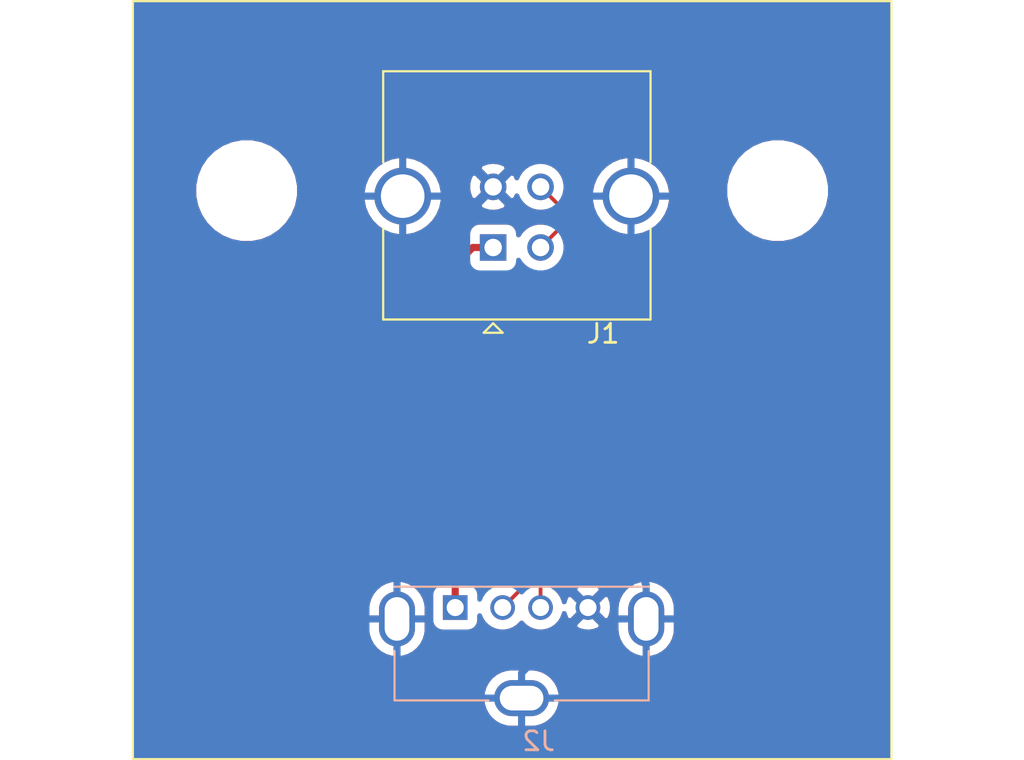
<source format=kicad_pcb>
(kicad_pcb (version 20211014) (generator pcbnew)
  (layers (0 "F.Cu" signal) (31 "B.Cu" signal) (34 "B.Paste" user) (35 "F.Paste" user) (36 "B.SilkS" user "B.Silkscreen") (37 "F.SilkS" user "F.Silkscreen") (38 "B.Mask" user) (39 "F.Mask" user) (44 "Edge.Cuts" user))
  (net 0 "")
  (net 1 "/D-")
  (net 2 "/SHLD")
  (net 3 "/VBUS")
  (net 4 "/D+")
  (net 5 "/GND")
  (footprint "Connector_USB:USB_B_TE_5787834_Vertical" (layer "F.Cu") (at 99 83 180)
    (fp_text reference "J1" (at -5.8 -4.55) (layer "F.SilkS"))
    (fp_text value "USB_B")
    (fp_line (start -0.5 -4.5) (end 0 -4) (layer "F.SilkS") (width 0.12))
    (fp_line (start 0 -4) (end 0.5 -4.5) (layer "F.SilkS") (width 0.12))
    (fp_line (start 5.8 4.5) (end 5.8 9.3) (layer "F.SilkS") (width 0.12))
    (fp_line (start 0.5 -4.5) (end -0.5 -4.5) (layer "F.SilkS") (width 0.12))
    (fp_line (start -8.3 1) (end -8.3 -3.8) (layer "F.SilkS") (width 0.12))
    (fp_line (start 5.8 9.3) (end -8.3 9.3) (layer "F.SilkS") (width 0.12))
    (fp_line (start -8.3 9.3) (end -8.3 4.5) (layer "F.SilkS") (width 0.12))
    (fp_line (start 5.8 -3.8) (end 5.8 1) (layer "F.SilkS") (width 0.12))
    (fp_line (start -8.3 -3.8) (end 5.8 -3.8) (layer "F.SilkS") (width 0.12))
    (pad "1" thru_hole rect locked (at 0 0 180) (size 1.4 1.4) (drill 0.92) (layers *.Cu *.Mask) (net 3 "/VBUS"))
    (pad "2" thru_hole circle locked (at -2.5 0 180) (size 1.4 1.4) (drill 0.92) (layers *.Cu *.Mask) (net 1 "/D-"))
    (pad "3" thru_hole circle locked (at -2.5 3.2 180) (size 1.4 1.4) (drill 0.92) (layers *.Cu *.Mask) (net 4 "/D+"))
    (pad "4" thru_hole circle locked (at 0 3.2 180) (size 1.4 1.4) (drill 0.92) (layers *.Cu *.Mask) (net 5 "/GND"))
    (pad "5" thru_hole circle locked (at -7.27 2.71 180) (size 3 3) (drill 2.3) (layers *.Cu *.Mask) (net 2 "/SHLD"))
    (pad "5" thru_hole circle locked (at 4.77 2.71 180) (size 3 3) (drill 2.3) (layers *.Cu *.Mask) (net 2 "/SHLD"))
  )
  (footprint "MountingHole:MountingHole_4.3mm_M4_ISO7380" (layer "F.Cu") (at 114 80)
    (fp_text reference "REF**" hide)
    (fp_text value "MountingHole_4.3mm_M4_ISO7380")
    (pad "" np_thru_hole circle locked (at 0 0) (size 4.3 4.3) (drill 4.3) (layers *.Cu *.Mask))
  )
  (footprint "MountingHole:MountingHole_4.3mm_M4_ISO7380" (layer "F.Cu") (at 86 80)
    (fp_text reference "REF**" hide)
    (fp_text value "MountingHole_4.3mm_M4_ISO7380")
    (pad "" np_thru_hole circle locked (at 0 0) (size 4.3 4.3) (drill 4.3) (layers *.Cu *.Mask))
  )
  (footprint "Connector_USB:USB_A_Molex_105057_Vertical" (layer "B.Cu") (at 97 102)
    (fp_text reference "J2" (at 4.4 7.05) (layer "B.SilkS") (effects (justify mirror)))
    (fp_text value "USB_A")
    (fp_line (start 10.2 4.9) (end 5.25 4.9) (layer "B.SilkS") (width 0.12))
    (fp_line (start -3.2 4.9) (end 1.75 4.9) (layer "B.SilkS") (width 0.12))
    (fp_line (start 10.2 -1.1) (end -3.2 -1.1) (layer "B.SilkS") (width 0.12))
    (fp_line (start -3.2 4.9) (end -3.2 2.3) (layer "B.SilkS") (width 0.12))
    (fp_line (start 10.2 4.9) (end 10.2 2.3) (layer "B.SilkS") (width 0.12))
    (pad "1" thru_hole rect locked (at 0 0) (size 1.3 1.3) (drill 0.9) (layers *.Cu *.Mask) (net 3 "/VBUS"))
    (pad "2" thru_hole circle locked (at 2.5 0) (size 1.3 1.3) (drill 0.9) (layers *.Cu *.Mask) (net 1 "/D-"))
    (pad "3" thru_hole circle locked (at 4.5 0) (size 1.3 1.3) (drill 0.9) (layers *.Cu *.Mask) (net 4 "/D+"))
    (pad "4" thru_hole circle locked (at 7 0) (size 1.3 1.3) (drill 0.9) (layers *.Cu *.Mask) (net 5 "/GND"))
    (pad "5" thru_hole oval locked (at 3.5 4.78 270) (size 1.9 2.9) (drill oval 1.3 2.3) (layers *.Cu *.Mask) (net 2 "/SHLD"))
    (pad "5" thru_hole oval locked (at 10.07 0.6) (size 1.9 2.9) (drill oval 1.3 2.3) (layers *.Cu *.Mask) (net 2 "/SHLD"))
    (pad "5" thru_hole oval locked (at -3.07 0.6 180) (size 1.9 2.9) (drill oval 1.3 2.3) (layers *.Cu *.Mask) (net 2 "/SHLD"))
  )
  (gr_line (start 120 110) (end 120 70) (layer "F.SilkS") (width 0.12))
  (gr_line (start 120 70) (end 80 70) (layer "F.SilkS") (width 0.12))
  (gr_line (start 80 70) (end 80 110) (layer "F.SilkS") (width 0.12))
  (gr_line (start 80 110) (end 120 110) (layer "F.SilkS") (width 0.12))
  (segment (start 102.875 81.625) (end 103.3068 81.625) (width 0.2) (layer "F.Cu") (net 1))
  (segment (start 101.5 83) (end 102.875 81.625) (width 0.2) (layer "F.Cu") (net 1))
  (segment (start 103.3068 81.625) (end 103.775 82.0932) (width 0.2) (layer "F.Cu") (net 1))
  (segment (start 103.775 97.725) (end 99.5 102) (width 0.2) (layer "F.Cu") (net 1))
  (segment (start 103.775 82.0932) (end 103.775 97.725) (width 0.2) (layer "F.Cu") (net 1))
  (segment (start 94.23 78.16868) (end 94.06132 78) (width 0.375) (layer "B.Cu") (net 2))
  (segment (start 94.23 80.29) (end 92.10868 80.29) (width 0.375) (layer "B.Cu") (net 2))
  (segment (start 100.5 105.455) (end 101 104.955) (width 0.375) (layer "B.Cu") (net 2))
  (segment (start 106.27 80.29) (end 106.27 82.73) (width 0.375) (layer "B.Cu") (net 2))
  (segment (start 94.23 80.29) (end 96.71 80.29) (width 0.375) (layer "B.Cu") (net 2))
  (segment (start 106.27 80.29) (end 106.27 78.16868) (width 0.375) (layer "B.Cu") (net 2))
  (segment (start 94.23 80.29) (end 94.23 78.16868) (width 0.375) (layer "B.Cu") (net 2))
  (segment (start 104.14868 80.29) (end 104 80.14132) (width 0.375) (layer "B.Cu") (net 2))
  (segment (start 107.07 100.775) (end 107 100.705) (width 0.375) (layer "B.Cu") (net 2))
  (segment (start 107.07 102.6) (end 107.07 105.93) (width 0.375) (layer "B.Cu") (net 2))
  (segment (start 106.27 78.16868) (end 106 77.89868) (width 0.375) (layer "B.Cu") (net 2))
  (segment (start 100.5 106.78) (end 97.22 106.78) (width 0.375) (layer "B.Cu") (net 2))
  (segment (start 106.27 80.29) (end 108.71 80.29) (width 0.375) (layer "B.Cu") (net 2))
  (segment (start 100.5 106.78) (end 100.5 108.5) (width 0.375) (layer "B.Cu") (net 2))
  (segment (start 107.07 102.6) (end 109.6 102.6) (width 0.375) (layer "B.Cu") (net 2))
  (segment (start 93.93 102.6) (end 95.6 102.6) (width 0.375) (layer "B.Cu") (net 2))
  (segment (start 93.93 102.6) (end 93.93 100.07) (width 0.375) (layer "B.Cu") (net 2))
  (segment (start 94.23 80.29) (end 94.23 82.77) (width 0.375) (layer "B.Cu") (net 2))
  (segment (start 100.5 106.78) (end 100.5 105.455) (width 0.375) (layer "B.Cu") (net 2))
  (segment (start 106.27 80.29) (end 104.14868 80.29) (width 0.375) (layer "B.Cu") (net 2))
  (segment (start 93.93 102.6) (end 91.4 102.6) (width 0.375) (layer "B.Cu") (net 2))
  (segment (start 92.10868 80.29) (end 92 80.18132) (width 0.375) (layer "B.Cu") (net 2))
  (segment (start 107.07 102.6) (end 107.07 100.775) (width 0.375) (layer "B.Cu") (net 2))
  (segment (start 107.07 102.6) (end 105.4 102.6) (width 0.375) (layer "B.Cu") (net 2))
  (segment (start 93.93 102.6) (end 93.93 105.93) (width 0.375) (layer "B.Cu") (net 2))
  (segment (start 100.5 106.78) (end 102.78 106.78) (width 0.375) (layer "B.Cu") (net 2))
  (segment (start 97 83.925) (end 97 102) (width 0.375) (layer "F.Cu") (net 3))
  (segment (start 97.925 83) (end 97 83.925) (width 0.375) (layer "F.Cu") (net 3))
  (segment (start 99 83) (end 97.925 83) (width 0.375) (layer "F.Cu") (net 3))
  (segment (start 104.225 81.9068) (end 103.4932 81.175) (width 0.2) (layer "F.Cu") (net 4))
  (segment (start 103.4932 81.175) (end 102.875 81.175) (width 0.2) (layer "F.Cu") (net 4))
  (segment (start 104.225 97.911397) (end 104.225 81.9068) (width 0.2) (layer "F.Cu") (net 4))
  (segment (start 102.875 81.175) (end 101.5 79.8) (width 0.2) (layer "F.Cu") (net 4))
  (segment (start 101.5 100.636397) (end 104.225 97.911397) (width 0.2) (layer "F.Cu") (net 4))
  (segment (start 101.5 102) (end 101.5 100.636397) (width 0.2) (layer "F.Cu") (net 4))
  (zone (net 5) (net_name "/GND") (layer "F.Cu") (connect_pads (clearance 0.508)) (min_thickness 0.254) (fill yes (thermal_gap 0.508) (thermal_bridge_width 0.508))
    (polygon (pts (xy 120 70) (xy 80 70) (xy 80 110) (xy 120 110)))
  )
  (zone (net 5) (net_name "/GND") (layer "B.Cu") (connect_pads (clearance 0.508)) (min_thickness 0.254) (fill yes (thermal_gap 0.508) (thermal_bridge_width 0.508))
    (polygon (pts (xy 120 70) (xy 80 70) (xy 80 110) (xy 120 110)))
  )
)
</source>
